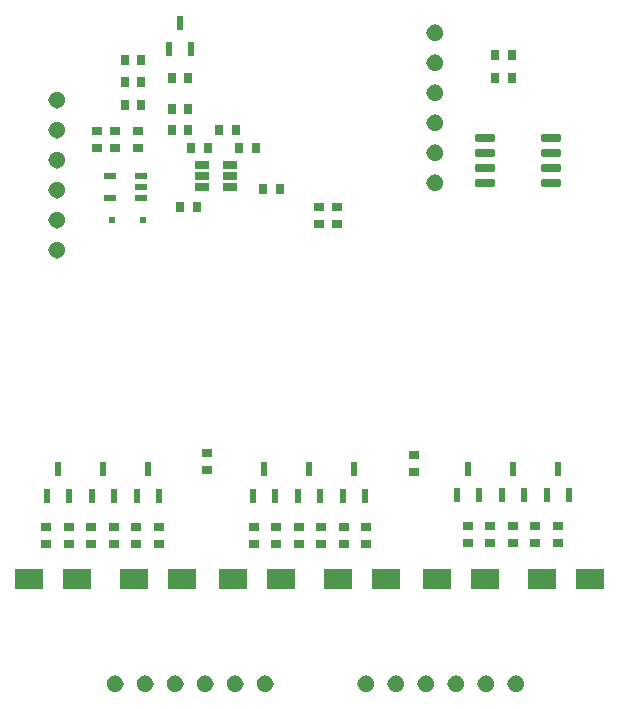
<source format=gbp>
G04*
G04 #@! TF.GenerationSoftware,Altium Limited,Altium Designer,21.8.1 (53)*
G04*
G04 Layer_Color=128*
%FSLAX23Y23*%
%MOIN*%
G70*
G04*
G04 #@! TF.SameCoordinates,D94B3AED-94FA-482B-8DCC-F6CB08C1A555*
G04*
G04*
G04 #@! TF.FilePolarity,Positive*
G04*
G01*
G75*
%ADD24R,0.035X0.031*%
%ADD25R,0.031X0.035*%
G04:AMPARAMS|DCode=28|XSize=26mil|YSize=65mil|CornerRadius=2mil|HoleSize=0mil|Usage=FLASHONLY|Rotation=90.000|XOffset=0mil|YOffset=0mil|HoleType=Round|Shape=RoundedRectangle|*
%AMROUNDEDRECTD28*
21,1,0.026,0.061,0,0,90.0*
21,1,0.022,0.065,0,0,90.0*
1,1,0.004,0.031,0.011*
1,1,0.004,0.031,-0.011*
1,1,0.004,-0.031,-0.011*
1,1,0.004,-0.031,0.011*
%
%ADD28ROUNDEDRECTD28*%
%ADD29R,0.028X0.035*%
%ADD60R,0.020X0.020*%
%ADD61R,0.039X0.024*%
%ADD62R,0.024X0.045*%
%ADD63R,0.051X0.028*%
%ADD64R,0.098X0.067*%
G36*
X5035Y2652D02*
X5028Y2653D01*
X5021Y2656D01*
X5015Y2660D01*
X5011Y2666D01*
X5008Y2673D01*
X5007Y2680D01*
X5008Y2687D01*
X5011Y2694D01*
X5015Y2700D01*
X5021Y2704D01*
X5028Y2707D01*
X5035Y2708D01*
D01*
X5042Y2707D01*
X5049Y2704D01*
X5055Y2700D01*
X5059Y2694D01*
X5062Y2687D01*
X5063Y2680D01*
X5062Y2673D01*
X5059Y2666D01*
X5055Y2660D01*
X5049Y2656D01*
X5042Y2653D01*
X5035Y2652D01*
D01*
D02*
G37*
G36*
X5135D02*
X5128Y2653D01*
X5121Y2656D01*
X5115Y2660D01*
X5111Y2666D01*
X5108Y2673D01*
X5107Y2680D01*
X5108Y2687D01*
X5111Y2694D01*
X5115Y2700D01*
X5121Y2704D01*
X5128Y2707D01*
X5135Y2708D01*
D01*
X5142Y2707D01*
X5149Y2704D01*
X5155Y2700D01*
X5159Y2694D01*
X5162Y2687D01*
X5163Y2680D01*
X5162Y2673D01*
X5159Y2666D01*
X5155Y2660D01*
X5149Y2656D01*
X5142Y2653D01*
X5135Y2652D01*
D01*
D02*
G37*
G36*
X5235D02*
X5228Y2653D01*
X5221Y2656D01*
X5215Y2660D01*
X5211Y2666D01*
X5208Y2673D01*
X5207Y2680D01*
X5208Y2687D01*
X5211Y2694D01*
X5215Y2700D01*
X5221Y2704D01*
X5228Y2707D01*
X5235Y2708D01*
D01*
X5242Y2707D01*
X5249Y2704D01*
X5255Y2700D01*
X5259Y2694D01*
X5262Y2687D01*
X5263Y2680D01*
X5262Y2673D01*
X5259Y2666D01*
X5255Y2660D01*
X5249Y2656D01*
X5242Y2653D01*
X5235Y2652D01*
D01*
D02*
G37*
G36*
X5335D02*
X5328Y2653D01*
X5321Y2656D01*
X5315Y2660D01*
X5311Y2666D01*
X5308Y2673D01*
X5307Y2680D01*
X5308Y2687D01*
X5311Y2694D01*
X5315Y2700D01*
X5321Y2704D01*
X5328Y2707D01*
X5335Y2708D01*
D01*
X5342Y2707D01*
X5349Y2704D01*
X5355Y2700D01*
X5359Y2694D01*
X5362Y2687D01*
X5363Y2680D01*
X5362Y2673D01*
X5359Y2666D01*
X5355Y2660D01*
X5349Y2656D01*
X5342Y2653D01*
X5335Y2652D01*
D01*
D02*
G37*
G36*
X5435D02*
X5428Y2653D01*
X5421Y2656D01*
X5415Y2660D01*
X5411Y2666D01*
X5408Y2673D01*
X5407Y2680D01*
X5408Y2687D01*
X5411Y2694D01*
X5415Y2700D01*
X5421Y2704D01*
X5428Y2707D01*
X5435Y2708D01*
D01*
X5442Y2707D01*
X5449Y2704D01*
X5455Y2700D01*
X5459Y2694D01*
X5462Y2687D01*
X5463Y2680D01*
X5462Y2673D01*
X5459Y2666D01*
X5455Y2660D01*
X5449Y2656D01*
X5442Y2653D01*
X5435Y2652D01*
D01*
D02*
G37*
G36*
X5535D02*
X5528Y2653D01*
X5521Y2656D01*
X5515Y2660D01*
X5511Y2666D01*
X5508Y2673D01*
X5507Y2680D01*
X5508Y2687D01*
X5511Y2694D01*
X5515Y2700D01*
X5521Y2704D01*
X5528Y2707D01*
X5535Y2708D01*
D01*
X5542Y2707D01*
X5549Y2704D01*
X5555Y2700D01*
X5559Y2694D01*
X5562Y2687D01*
X5563Y2680D01*
X5562Y2673D01*
X5559Y2666D01*
X5555Y2660D01*
X5549Y2656D01*
X5542Y2653D01*
X5535Y2652D01*
D01*
D02*
G37*
G36*
X5870Y2708D02*
X5877Y2707D01*
X5884Y2704D01*
X5890Y2700D01*
X5894Y2694D01*
X5897Y2687D01*
X5898Y2680D01*
X5897Y2673D01*
X5894Y2666D01*
X5890Y2660D01*
X5884Y2656D01*
X5877Y2653D01*
X5870Y2652D01*
D01*
X5863Y2653D01*
X5856Y2656D01*
X5850Y2660D01*
X5846Y2666D01*
X5843Y2673D01*
X5842Y2680D01*
X5843Y2687D01*
X5846Y2694D01*
X5850Y2700D01*
X5856Y2704D01*
X5863Y2707D01*
X5870Y2708D01*
D01*
D02*
G37*
G36*
X5970D02*
X5977Y2707D01*
X5984Y2704D01*
X5990Y2700D01*
X5994Y2694D01*
X5997Y2687D01*
X5998Y2680D01*
X5997Y2673D01*
X5994Y2666D01*
X5990Y2660D01*
X5984Y2656D01*
X5977Y2653D01*
X5970Y2652D01*
D01*
X5963Y2653D01*
X5956Y2656D01*
X5950Y2660D01*
X5946Y2666D01*
X5943Y2673D01*
X5942Y2680D01*
X5943Y2687D01*
X5946Y2694D01*
X5950Y2700D01*
X5956Y2704D01*
X5963Y2707D01*
X5970Y2708D01*
D01*
D02*
G37*
G36*
X6070D02*
X6077Y2707D01*
X6084Y2704D01*
X6090Y2700D01*
X6094Y2694D01*
X6097Y2687D01*
X6098Y2680D01*
X6097Y2673D01*
X6094Y2666D01*
X6090Y2660D01*
X6084Y2656D01*
X6077Y2653D01*
X6070Y2652D01*
D01*
X6063Y2653D01*
X6056Y2656D01*
X6050Y2660D01*
X6046Y2666D01*
X6043Y2673D01*
X6042Y2680D01*
X6043Y2687D01*
X6046Y2694D01*
X6050Y2700D01*
X6056Y2704D01*
X6063Y2707D01*
X6070Y2708D01*
D01*
D02*
G37*
G36*
X6170D02*
X6177Y2707D01*
X6184Y2704D01*
X6190Y2700D01*
X6194Y2694D01*
X6197Y2687D01*
X6198Y2680D01*
X6197Y2673D01*
X6194Y2666D01*
X6190Y2660D01*
X6184Y2656D01*
X6177Y2653D01*
X6170Y2652D01*
D01*
X6163Y2653D01*
X6156Y2656D01*
X6150Y2660D01*
X6146Y2666D01*
X6143Y2673D01*
X6142Y2680D01*
X6143Y2687D01*
X6146Y2694D01*
X6150Y2700D01*
X6156Y2704D01*
X6163Y2707D01*
X6170Y2708D01*
D01*
D02*
G37*
G36*
X6270D02*
X6277Y2707D01*
X6284Y2704D01*
X6290Y2700D01*
X6294Y2694D01*
X6297Y2687D01*
X6298Y2680D01*
X6297Y2673D01*
X6294Y2666D01*
X6290Y2660D01*
X6284Y2656D01*
X6277Y2653D01*
X6270Y2652D01*
D01*
X6263Y2653D01*
X6256Y2656D01*
X6250Y2660D01*
X6246Y2666D01*
X6243Y2673D01*
X6242Y2680D01*
X6243Y2687D01*
X6246Y2694D01*
X6250Y2700D01*
X6256Y2704D01*
X6263Y2707D01*
X6270Y2708D01*
D01*
D02*
G37*
G36*
X6370D02*
X6377Y2707D01*
X6384Y2704D01*
X6390Y2700D01*
X6394Y2694D01*
X6397Y2687D01*
X6398Y2680D01*
X6397Y2673D01*
X6394Y2666D01*
X6390Y2660D01*
X6384Y2656D01*
X6377Y2653D01*
X6370Y2652D01*
D01*
X6363Y2653D01*
X6356Y2656D01*
X6350Y2660D01*
X6346Y2666D01*
X6343Y2673D01*
X6342Y2680D01*
X6343Y2687D01*
X6346Y2694D01*
X6350Y2700D01*
X6356Y2704D01*
X6363Y2707D01*
X6370Y2708D01*
D01*
D02*
G37*
G36*
X4868Y4125D02*
X4867Y4118D01*
X4864Y4111D01*
X4860Y4105D01*
X4854Y4101D01*
X4847Y4098D01*
X4840Y4097D01*
X4833Y4098D01*
X4826Y4101D01*
X4820Y4105D01*
X4816Y4111D01*
X4813Y4118D01*
X4812Y4125D01*
D01*
X4813Y4132D01*
X4816Y4139D01*
X4820Y4145D01*
X4826Y4149D01*
X4833Y4152D01*
X4840Y4153D01*
X4847Y4152D01*
X4854Y4149D01*
X4860Y4145D01*
X4864Y4139D01*
X4867Y4132D01*
X4868Y4125D01*
D01*
D02*
G37*
G36*
Y4225D02*
X4867Y4218D01*
X4864Y4211D01*
X4860Y4205D01*
X4854Y4201D01*
X4847Y4198D01*
X4840Y4197D01*
X4833Y4198D01*
X4826Y4201D01*
X4820Y4205D01*
X4816Y4211D01*
X4813Y4218D01*
X4812Y4225D01*
D01*
X4813Y4232D01*
X4816Y4239D01*
X4820Y4245D01*
X4826Y4249D01*
X4833Y4252D01*
X4840Y4253D01*
X4847Y4252D01*
X4854Y4249D01*
X4860Y4245D01*
X4864Y4239D01*
X4867Y4232D01*
X4868Y4225D01*
D01*
D02*
G37*
G36*
Y4325D02*
X4867Y4318D01*
X4864Y4311D01*
X4860Y4305D01*
X4854Y4301D01*
X4847Y4298D01*
X4840Y4297D01*
X4833Y4298D01*
X4826Y4301D01*
X4820Y4305D01*
X4816Y4311D01*
X4813Y4318D01*
X4812Y4325D01*
D01*
X4813Y4332D01*
X4816Y4339D01*
X4820Y4345D01*
X4826Y4349D01*
X4833Y4352D01*
X4840Y4353D01*
X4847Y4352D01*
X4854Y4349D01*
X4860Y4345D01*
X4864Y4339D01*
X4867Y4332D01*
X4868Y4325D01*
D01*
D02*
G37*
G36*
Y4425D02*
X4867Y4418D01*
X4864Y4411D01*
X4860Y4405D01*
X4854Y4401D01*
X4847Y4398D01*
X4840Y4397D01*
X4833Y4398D01*
X4826Y4401D01*
X4820Y4405D01*
X4816Y4411D01*
X4813Y4418D01*
X4812Y4425D01*
D01*
X4813Y4432D01*
X4816Y4439D01*
X4820Y4445D01*
X4826Y4449D01*
X4833Y4452D01*
X4840Y4453D01*
X4847Y4452D01*
X4854Y4449D01*
X4860Y4445D01*
X4864Y4439D01*
X4867Y4432D01*
X4868Y4425D01*
D01*
D02*
G37*
G36*
Y4525D02*
X4867Y4518D01*
X4864Y4511D01*
X4860Y4505D01*
X4854Y4501D01*
X4847Y4498D01*
X4840Y4497D01*
X4833Y4498D01*
X4826Y4501D01*
X4820Y4505D01*
X4816Y4511D01*
X4813Y4518D01*
X4812Y4525D01*
D01*
X4813Y4532D01*
X4816Y4539D01*
X4820Y4545D01*
X4826Y4549D01*
X4833Y4552D01*
X4840Y4553D01*
X4847Y4552D01*
X4854Y4549D01*
X4860Y4545D01*
X4864Y4539D01*
X4867Y4532D01*
X4868Y4525D01*
D01*
D02*
G37*
G36*
Y4625D02*
X4867Y4618D01*
X4864Y4611D01*
X4860Y4605D01*
X4854Y4601D01*
X4847Y4598D01*
X4840Y4597D01*
X4833Y4598D01*
X4826Y4601D01*
X4820Y4605D01*
X4816Y4611D01*
X4813Y4618D01*
X4812Y4625D01*
D01*
X4813Y4632D01*
X4816Y4639D01*
X4820Y4645D01*
X4826Y4649D01*
X4833Y4652D01*
X4840Y4653D01*
X4847Y4652D01*
X4854Y4649D01*
X4860Y4645D01*
X4864Y4639D01*
X4867Y4632D01*
X4868Y4625D01*
D01*
D02*
G37*
G36*
X6072Y4350D02*
X6073Y4357D01*
X6076Y4364D01*
X6080Y4370D01*
X6086Y4374D01*
X6093Y4377D01*
X6100Y4378D01*
X6107Y4377D01*
X6114Y4374D01*
X6120Y4370D01*
X6124Y4364D01*
X6127Y4357D01*
X6128Y4350D01*
D01*
X6127Y4343D01*
X6124Y4336D01*
X6120Y4330D01*
X6114Y4326D01*
X6107Y4323D01*
X6100Y4322D01*
X6093Y4323D01*
X6086Y4326D01*
X6080Y4330D01*
X6076Y4336D01*
X6073Y4343D01*
X6072Y4350D01*
D01*
D02*
G37*
G36*
Y4450D02*
X6073Y4457D01*
X6076Y4464D01*
X6080Y4470D01*
X6086Y4474D01*
X6093Y4477D01*
X6100Y4478D01*
X6107Y4477D01*
X6114Y4474D01*
X6120Y4470D01*
X6124Y4464D01*
X6127Y4457D01*
X6128Y4450D01*
D01*
X6127Y4443D01*
X6124Y4436D01*
X6120Y4430D01*
X6114Y4426D01*
X6107Y4423D01*
X6100Y4422D01*
X6093Y4423D01*
X6086Y4426D01*
X6080Y4430D01*
X6076Y4436D01*
X6073Y4443D01*
X6072Y4450D01*
D01*
D02*
G37*
G36*
Y4550D02*
X6073Y4557D01*
X6076Y4564D01*
X6080Y4570D01*
X6086Y4574D01*
X6093Y4577D01*
X6100Y4578D01*
X6107Y4577D01*
X6114Y4574D01*
X6120Y4570D01*
X6124Y4564D01*
X6127Y4557D01*
X6128Y4550D01*
D01*
X6127Y4543D01*
X6124Y4536D01*
X6120Y4530D01*
X6114Y4526D01*
X6107Y4523D01*
X6100Y4522D01*
X6093Y4523D01*
X6086Y4526D01*
X6080Y4530D01*
X6076Y4536D01*
X6073Y4543D01*
X6072Y4550D01*
D01*
D02*
G37*
G36*
Y4650D02*
X6073Y4657D01*
X6076Y4664D01*
X6080Y4670D01*
X6086Y4674D01*
X6093Y4677D01*
X6100Y4678D01*
X6107Y4677D01*
X6114Y4674D01*
X6120Y4670D01*
X6124Y4664D01*
X6127Y4657D01*
X6128Y4650D01*
D01*
X6127Y4643D01*
X6124Y4636D01*
X6120Y4630D01*
X6114Y4626D01*
X6107Y4623D01*
X6100Y4622D01*
X6093Y4623D01*
X6086Y4626D01*
X6080Y4630D01*
X6076Y4636D01*
X6073Y4643D01*
X6072Y4650D01*
D01*
D02*
G37*
G36*
Y4750D02*
X6073Y4757D01*
X6076Y4764D01*
X6080Y4770D01*
X6086Y4774D01*
X6093Y4777D01*
X6100Y4778D01*
X6107Y4777D01*
X6114Y4774D01*
X6120Y4770D01*
X6124Y4764D01*
X6127Y4757D01*
X6128Y4750D01*
D01*
X6127Y4743D01*
X6124Y4736D01*
X6120Y4730D01*
X6114Y4726D01*
X6107Y4723D01*
X6100Y4722D01*
X6093Y4723D01*
X6086Y4726D01*
X6080Y4730D01*
X6076Y4736D01*
X6073Y4743D01*
X6072Y4750D01*
D01*
D02*
G37*
G36*
Y4850D02*
X6073Y4857D01*
X6076Y4864D01*
X6080Y4870D01*
X6086Y4874D01*
X6093Y4877D01*
X6100Y4878D01*
X6107Y4877D01*
X6114Y4874D01*
X6120Y4870D01*
X6124Y4864D01*
X6127Y4857D01*
X6128Y4850D01*
D01*
X6127Y4843D01*
X6124Y4836D01*
X6120Y4830D01*
X6114Y4826D01*
X6107Y4823D01*
X6100Y4822D01*
X6093Y4823D01*
X6086Y4826D01*
X6080Y4830D01*
X6076Y4836D01*
X6073Y4843D01*
X6072Y4850D01*
D01*
D02*
G37*
D24*
X5715Y4268D02*
D03*
Y4212D02*
D03*
X5775Y4212D02*
D03*
Y4268D02*
D03*
X5110Y4523D02*
D03*
Y4467D02*
D03*
X4975Y4523D02*
D03*
Y4467D02*
D03*
X5035Y4467D02*
D03*
Y4523D02*
D03*
X6435Y3150D02*
D03*
Y3205D02*
D03*
X6510Y3150D02*
D03*
Y3205D02*
D03*
X6030Y3387D02*
D03*
Y3443D02*
D03*
X6285Y3150D02*
D03*
Y3205D02*
D03*
X6210Y3150D02*
D03*
Y3205D02*
D03*
X6360Y3150D02*
D03*
Y3205D02*
D03*
X5340Y3392D02*
D03*
Y3448D02*
D03*
X4805Y3203D02*
D03*
Y3147D02*
D03*
X5105D02*
D03*
Y3203D02*
D03*
X5030Y3147D02*
D03*
Y3203D02*
D03*
X5180Y3147D02*
D03*
Y3203D02*
D03*
X4955Y3147D02*
D03*
Y3203D02*
D03*
X4880Y3147D02*
D03*
Y3203D02*
D03*
X5571Y3147D02*
D03*
Y3203D02*
D03*
X5496Y3203D02*
D03*
Y3147D02*
D03*
X5646Y3203D02*
D03*
Y3147D02*
D03*
X5721Y3147D02*
D03*
Y3203D02*
D03*
X5796Y3203D02*
D03*
Y3147D02*
D03*
X5871Y3203D02*
D03*
Y3147D02*
D03*
D25*
X5307Y4268D02*
D03*
X5252D02*
D03*
X6302Y4700D02*
D03*
X6358D02*
D03*
X6358Y4775D02*
D03*
X6302D02*
D03*
X5583Y4330D02*
D03*
X5527D02*
D03*
X5287Y4467D02*
D03*
X5343D02*
D03*
X5380Y4527D02*
D03*
X5436D02*
D03*
X5121Y4610D02*
D03*
X5066D02*
D03*
X5121Y4685D02*
D03*
X5066D02*
D03*
X5066Y4760D02*
D03*
X5121D02*
D03*
X5503Y4467D02*
D03*
X5447D02*
D03*
X5279Y4597D02*
D03*
X5224D02*
D03*
X5279Y4527D02*
D03*
X5224D02*
D03*
D28*
X6489Y4500D02*
D03*
Y4450D02*
D03*
Y4400D02*
D03*
Y4350D02*
D03*
X6267Y4500D02*
D03*
Y4450D02*
D03*
Y4400D02*
D03*
Y4350D02*
D03*
D29*
X5224Y4698D02*
D03*
X5279D02*
D03*
D60*
X5024Y4225D02*
D03*
X5127D02*
D03*
D61*
X5122Y4372D02*
D03*
Y4335D02*
D03*
Y4298D02*
D03*
X5019Y4372D02*
D03*
Y4298D02*
D03*
D62*
X4995Y3394D02*
D03*
X4958Y3306D02*
D03*
X5032D02*
D03*
X5289Y4794D02*
D03*
X5214D02*
D03*
X5252Y4882D02*
D03*
X6547Y3308D02*
D03*
X6473D02*
D03*
X6510Y3397D02*
D03*
X6397Y3308D02*
D03*
X6323D02*
D03*
X6360Y3397D02*
D03*
X5182Y3306D02*
D03*
X5108D02*
D03*
X5145Y3394D02*
D03*
X4845D02*
D03*
X4808Y3306D02*
D03*
X4882D02*
D03*
X6210Y3397D02*
D03*
X6173Y3308D02*
D03*
X6247D02*
D03*
X5681Y3394D02*
D03*
X5643Y3306D02*
D03*
X5718D02*
D03*
X5531Y3394D02*
D03*
X5493Y3306D02*
D03*
X5568D02*
D03*
X5831Y3394D02*
D03*
X5793Y3306D02*
D03*
X5868D02*
D03*
D63*
X5325Y4335D02*
D03*
Y4372D02*
D03*
Y4410D02*
D03*
X5419D02*
D03*
Y4372D02*
D03*
Y4335D02*
D03*
D64*
X6267Y3030D02*
D03*
X6109D02*
D03*
X6459D02*
D03*
X6617D02*
D03*
X5587D02*
D03*
X5429D02*
D03*
X5779D02*
D03*
X5937D02*
D03*
X4907D02*
D03*
X4749D02*
D03*
X5099D02*
D03*
X5257D02*
D03*
M02*

</source>
